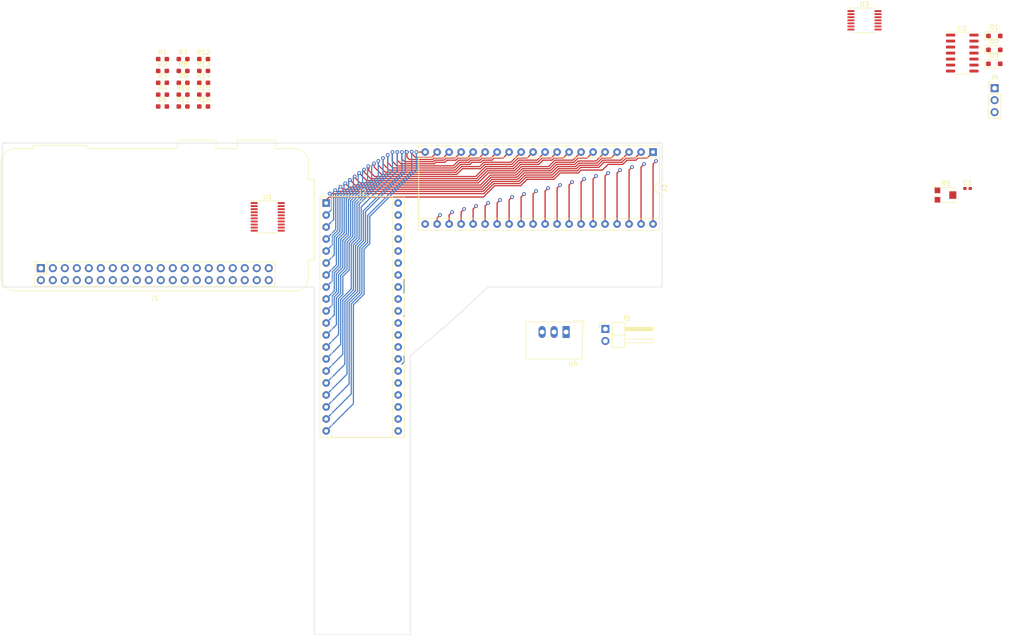
<source format=kicad_pcb>
(kicad_pcb (version 20221018) (generator pcbnew)
  (title_block (title "HD-Speccys") (date "2023-05-15") (rev "1A") (company "RA Sewell"))
  (layers (0 "F.Cu" signal) (31 "B.Cu" signal) (34 "B.Paste" user) (35 "F.Paste" user) (36 "B.SilkS" user "B.Silkscreen") (37 "F.SilkS" user "F.Silkscreen") (38 "B.Mask" user) (39 "F.Mask" user) (44 "Edge.Cuts" user))
  (net 0 "")
  (net 1 "Net-(C1-Pad1)")
  (net 2 "Net-(J2-MIC_TAPE)")
  (net 3 "Net-(D1-K)")
  (net 4 "Net-(D1-A)")
  (net 5 "Net-(D2-A)")
  (net 6 "Net-(D3-A)")
  (net 7 "VDDA")
  (net 8 "VDD")
  (net 11 "GND")
  (net 13 "Net-(J1-SD6_(TXD0))")
  (net 14 "Net-(J1-SD7_(RXD0))")
  (net 15 "Net-(J1-SD9)")
  (net 16 "Net-(J1-SD10)")
  (net 17 "Net-(J1-GPIO27)")
  (net 18 "Net-(J1-SD14)")
  (net 19 "Net-(J1-SD15)")
  (net 20 "Net-(J1-SD16_(DREQ))")
  (net 21 "Net-(J1-SD2)")
  (net 22 "Net-(J1-SD1)")
  (net 25 "Net-(J1-SD0)")
  (net 32 "Net-(J1-SD11)")
  (net 33 "Net-(J1-SD8)")
  (net 34 "Net-(J1-GPIO26)")
  (net 35 "Net-(J1-SD12)")
  (net 36 "Net-(J1-SD13)")
  (net 37 "Net-(J2-{slash}CAS)")
  (net 38 "Net-(J2-{slash}WR)")
  (net 39 "Net-(J2-{slash}RD)")
  (net 40 "Net-(J2-{slash}DRAMWE)")
  (net 41 "Net-(J2-A0)")
  (net 42 "Net-(J2-A1)")
  (net 43 "Net-(J2-A2)")
  (net 44 "Net-(J2-A3)")
  (net 45 "Net-(J2-A4)")
  (net 46 "Net-(J2-A5)")
  (net 47 "Net-(J2-A6)")
  (net 48 "Net-(J2-{slash}INT)")
  (net 49 "Net-(J2-VCC_2)")
  (net 50 "Net-(J2-VCC_1)")
  (net 51 "Net-(J2-U)")
  (net 52 "Net-(J2-V)")
  (net 53 "Net-(J2-Y)")
  (net 54 "Net-(J2-D0)")
  (net 55 "Net-(J2-KB0)")
  (net 56 "Net-(J2-KB1)")
  (net 57 "Net-(J2-D1)")
  (net 58 "Net-(J2-D2)")
  (net 59 "Net-(J2-KB2)")
  (net 60 "Net-(J2-KB3)")
  (net 61 "Net-(J2-D3)")
  (net 62 "Net-(J2-KB4)")
  (net 63 "Net-(J2-D4)")
  (net 64 "Net-(J2-D5)")
  (net 65 "Net-(J2-D6)")
  (net 66 "Net-(J2-D7)")
  (net 67 "Net-(J2-{slash}CPU)")
  (net 68 "Net-(J2-{slash}IOREQ)")
  (net 69 "Net-(J2-{slash}ROMCS)")
  (net 70 "Net-(J2-{slash}RAS)")
  (net 71 "Net-(J2-A14)")
  (net 72 "Net-(J2-A15)")
  (net 73 "Net-(J2-{slash}MREQ)")
  (net 74 "Net-(J2-OSC)")
  (net 75 "Net-(J5-VCC)")
  (net 76 "Net-(R1-Pad2)")
  (net 77 "Net-(R2-Pad2)")
  (net 78 "Net-(R3-Pad2)")
  (net 79 "Net-(U3-Y2)")
  (net 80 "Net-(U3-Y4)")
  (net 81 "Net-(U3-Y6)")
  (net 82 "Net-(U3-Y7)")
  (net 83 "Net-(U1-Y0)")
  (net 84 "Net-(U1-Y1)")
  (net 85 "Net-(U1-Y2)")
  (net 86 "Net-(U1-Y3)")
  (net 87 "Net-(U1-Y4)")
  (net 88 "Net-(U1-Y5)")
  (net 89 "Net-(U1-Y6)")
  (net 90 "Net-(U1-Y7)")
  (net 91 "Net-(U3-Y0)")
  (net 92 "Net-(U3-Y3)")
  (net 93 "Net-(U2-Pad10)")
  (net 94 "Net-(U3-Y1)")
  (net 95 "Net-(U3-Y5)")
  (footprint "Resistor_SMD:R_0603_1608Metric_Pad0.98x0.95mm_HandSolder" (layer "F.Cu") (at 61.1425 40.52)
    (fp_text reference "R11")
    (fp_text value "R")
  )
  (footprint "Connector_PinHeader_2.54mm:PinHeader_1x02_P2.54mm_Horizontal" (layer "F.Cu") (at 150.565 87.625)
    (fp_text reference "J5")
    (fp_text value "POWER 9-20VDC")
  )
  (footprint "Resistor_SMD:R_0603_1608Metric_Pad0.98x0.95mm_HandSolder" (layer "F.Cu") (at 56.7925 38.01)
    (fp_text reference "R4")
    (fp_text value "R")
  )
  (footprint "Module:Raspberry_Pi_Zero_Socketed_THT_FaceDown_MountingHoles" (layer "F.Cu") (at 31.025 74.755 90)
    (fp_text reference "J1")
    (fp_text value "PI_ZERO_2x20")
  )
  (footprint "Resistor_SMD:R_0603_1608Metric_Pad0.98x0.95mm_HandSolder" (layer "F.Cu") (at 65.4925 40.52)
    (fp_text reference "R16")
    (fp_text value "R")
  )
  (footprint "Package_SO:TSSOP-20_4.4x6.5mm_P0.65mm" (layer "F.Cu") (at 79.0625 63.885)
    (fp_text reference "U1")
    (fp_text value "74LS541")
  )
  (footprint "Resistor_SMD:R_0603_1608Metric_Pad0.98x0.95mm_HandSolder" (layer "F.Cu") (at 65.4925 32.99)
    (fp_text reference "R13")
    (fp_text value "R")
  )
  (footprint "Package_SO:TSSOP-14_4.4x5mm_P0.65mm" (layer "F.Cu") (at 205.4175 22.27)
    (fp_text reference "U3")
    (fp_text value "74LS541")
  )
  (footprint "Resistor_SMD:R_0603_1608Metric_Pad0.98x0.95mm_HandSolder" (layer "F.Cu") (at 56.7925 30.48)
    (fp_text reference "R1")
    (fp_text value "R")
  )
  (footprint "Capacitor_SMD:C_0402_1005Metric_Pad0.74x0.62mm_HandSolder" (layer "F.Cu") (at 227.2525 57.885)
    (fp_text reference "C1")
    (fp_text value "100nF")
  )
  (footprint "Resistor_SMD:R_0603_1608Metric_Pad0.98x0.95mm_HandSolder" (layer "F.Cu") (at 56.7925 32.99)
    (fp_text reference "R2")
    (fp_text value "R")
  )
  (footprint "Resistor_SMD:R_0603_1608Metric_Pad0.98x0.95mm_HandSolder" (layer "F.Cu") (at 61.1425 38.01)
    (fp_text reference "R10")
    (fp_text value "R")
  )
  (footprint "Diode_SMD:D_SOD-323_HandSoldering" (layer "F.Cu") (at 232.92 28.53)
    (fp_text reference "D2")
    (fp_text value "1N4148")
  )
  (footprint "Resistor_SMD:R_0603_1608Metric_Pad0.98x0.95mm_HandSolder" (layer "F.Cu") (at 65.4925 30.48)
    (fp_text reference "R12")
    (fp_text value "R")
  )
  (footprint "Resistor_SMD:R_0603_1608Metric_Pad0.98x0.95mm_HandSolder" (layer "F.Cu") (at 61.1425 32.99)
    (fp_text reference "R8")
    (fp_text value "R")
  )
  (footprint "Package_DIP:DIP-40_W15.24mm_Socket" (layer "F.Cu") (at 160.655 50.165 -90)
    (fp_text reference "J3")
    (fp_text value "ULA_SOCKET_02x20")
  )
  (footprint "Converter_DCDC:Converter_DCDC_TRACO_TSR-1_THT" (layer "F.Cu") (at 142.24 88.265 180)
    (fp_text reference "U4")
    (fp_text value "TSR_1-2450")
  )
  (footprint "Resistor_SMD:R_0603_1608Metric_Pad0.98x0.95mm_HandSolder" (layer "F.Cu") (at 56.7925 35.5)
    (fp_text reference "R3")
    (fp_text value "R")
  )
  (footprint "Resistor_SMD:R_0603_1608Metric_Pad0.98x0.95mm_HandSolder" (layer "F.Cu") (at 61.1425 35.5)
    (fp_text reference "R9")
    (fp_text value "R")
  )
  (footprint "Resistor_SMD:R_0603_1608Metric_Pad0.98x0.95mm_HandSolder" (layer "F.Cu") (at 56.7925 40.52)
    (fp_text reference "R6")
    (fp_text value "R")
  )
  (footprint "Diode_SMD:D_SOD-323_HandSoldering" (layer "F.Cu") (at 232.92 31.48)
    (fp_text reference "D3")
    (fp_text value "1N4148")
  )
  (footprint "Package_SO:SOIC-14_3.9x8.7mm_P1.27mm" (layer "F.Cu") (at 226.125 29.21)
    (fp_text reference "U2")
    (fp_text value "74LS132")
  )
  (footprint "Package_DIP:DIP-40_W15.24mm_Socket" (layer "F.Cu") (at 91.44 60.96)
    (fp_text reference "J2")
    (fp_text value "ULA_ZX_02x20")
  )
  (footprint "Potentiometer_SMD:Potentiometer_Bourns_TC33X_Vertical" (layer "F.Cu") (at 222.6725 59.275)
    (fp_text reference "R5")
    (fp_text value "1k")
  )
  (footprint "Resistor_SMD:R_0603_1608Metric_Pad0.98x0.95mm_HandSolder" (layer "F.Cu") (at 65.4925 35.5)
    (fp_text reference "R14")
    (fp_text value "R")
  )
  (footprint "Resistor_SMD:R_0603_1608Metric_Pad0.98x0.95mm_HandSolder" (layer "F.Cu") (at 65.4925 38.01)
    (fp_text reference "R15")
    (fp_text value "R")
  )
  (footprint "Resistor_SMD:R_0603_1608Metric_Pad0.98x0.95mm_HandSolder" (layer "F.Cu") (at 61.1425 30.48)
    (fp_text reference "R7")
    (fp_text value "R")
  )
  (footprint "Diode_SMD:D_SOD-323_HandSoldering" (layer "F.Cu") (at 232.92 25.58)
    (fp_text reference "D1")
    (fp_text value "1N4148")
  )
  (footprint "Connector_PinHeader_2.54mm:PinHeader_1x03_P2.54mm_Vertical" (layer "F.Cu") (at 232.975 36.64)
    (fp_text reference "J4")
    (fp_text value "Conn_01x03_Pin")
  )
  (gr_poly (pts (xy 88.9 78.74) (xy 22.86 78.74) (xy 22.86 48.26) (xy 96.52 48.26) (xy 162.56 48.26) (xy 162.56 78.74) (xy 125.73 78.74) (xy 117.475 86.36) (xy 109.22 93.345) (xy 109.22 152.4) (xy 88.9 152.4)) (stroke (width 0.1)) (fill none) (layer "Edge.Cuts"))
  (segment (start 130.175 65.405) (end 130.175 60.325) (width 0.25) (layer "F.Cu") (net 2))
  (segment (start 130.175 60.325) (end 130.81 59.69) (width 0.25) (layer "F.Cu") (net 2))
  (via (at 130.81 59.69) (size 0.8) (drill 0.4) (layers "F.Cu" "B.Cu") (net 2))
  (segment (start 160.655 65.405) (end 160.655 52.705) (width 0.25) (layer "F.Cu") (net 11))
  (segment (start 160.655 52.705) (end 161.29 52.07) (width 0.25) (layer "F.Cu") (net 11))
  (via (at 161.29 52.07) (size 0.8) (drill 0.4) (layers "F.Cu" "B.Cu") (net 11))
  (segment (start 91.44 60.96) (end 91.44 60.325) (width 0.25) (layer "F.Cu") (net 37))
  (segment (start 139.656168 55.935) (end 141.006168 54.585) (width 0.25) (layer "F.Cu") (net 37))
  (segment (start 92.075 59.69) (end 124.743148 59.69) (width 0.25) (layer "F.Cu") (net 37))
  (segment (start 157.031396 51.885) (end 157.480698 51.435698) (width 0.25) (layer "F.Cu") (net 37))
  (segment (start 155.127792 51.885) (end 157.031396 51.885) (width 0.25) (layer "F.Cu") (net 37))
  (segment (start 124.743148 59.69) (end 127.148148 57.285) (width 0.25) (layer "F.Cu") (net 37))
  (segment (start 157.480698 51.435698) (end 159.384302 51.435698) (width 0.25) (layer "F.Cu") (net 37))
  (segment (start 141.006168 54.585) (end 144.813376 54.585) (width 0.25) (layer "F.Cu") (net 37))
  (segment (start 91.44 60.325) (end 92.075 59.69) (width 0.25) (layer "F.Cu") (net 37))
  (segment (start 151.13 52.785) (end 154.227792 52.785) (width 0.25) (layer "F.Cu") (net 37))
  (segment (start 149.935812 53.979188) (end 151.13 52.785) (width 0.25) (layer "F.Cu") (net 37))
  (segment (start 127.148148 57.285) (end 132.635 57.285) (width 0.25) (layer "F.Cu") (net 37))
  (segment (start 145.419188 53.979188) (end 149.935812 53.979188) (width 0.25) (layer "F.Cu") (net 37))
  (segment (start 154.227792 52.785) (end 155.127792 51.885) (width 0.25) (layer "F.Cu") (net 37))
  (segment (start 144.813376 54.585) (end 145.419188 53.979188) (width 0.25) (layer "F.Cu") (net 37))
  (segment (start 132.635 57.285) (end 133.985 55.935) (width 0.25) (layer "F.Cu") (net 37))
  (segment (start 159.384302 51.435698) (end 160.655 50.165) (width 0.25) (layer "F.Cu") (net 37))
  (segment (start 133.985 55.935) (end 139.656168 55.935) (width 0.25) (layer "F.Cu") (net 37))
  (segment (start 126.961752 56.835) (end 132.40896 56.835) (width 0.25) (layer "F.Cu") (net 38))
  (segment (start 92.176669 58.9655) (end 124.831252 58.9655) (width 0.25) (layer "F.Cu") (net 38))
  (segment (start 144.62698 54.135) (end 145.340584 53.421396) (width 0.25) (layer "F.Cu") (net 38))
  (segment (start 124.831252 58.9655) (end 126.961752 56.835) (width 0.25) (layer "F.Cu") (net 38))
  (segment (start 140.819772 54.135) (end 144.62698 54.135) (width 0.25) (layer "F.Cu") (net 38))
  (segment (start 154.941396 51.435) (end 156.845 51.435) (width 0.25) (layer "F.Cu") (net 38))
  (segment (start 149.147792 53.421396) (end 150.234188 52.335) (width 0.25) (layer "F.Cu") (net 38))
  (segment (start 145.340584 53.421396) (end 149.147792 53.421396) (width 0.25) (layer "F.Cu") (net 38))
  (segment (start 139.469772 55.485) (end 140.819772 54.135) (width 0.25) (layer "F.Cu") (net 38))
  (segment (start 132.40896 56.835) (end 133.75896 55.485) (width 0.25) (layer "F.Cu") (net 38))
  (segment (start 154.041396 52.335) (end 154.941396 51.435) (width 0.25) (layer "F.Cu") (net 38))
  (segment (start 156.845 51.435) (end 158.115 50.165) (width 0.25) (layer "F.Cu") (net 38))
  (segment (start 150.234188 52.335) (end 154.041396 52.335) (width 0.25) (layer "F.Cu") (net 38))
  (segment (start 133.75896 55.485) (end 139.469772 55.485) (width 0.25) (layer "F.Cu") (net 38))
  (via (at 92.176669 58.9655) (size 0.8) (drill 0.4) (layers "F.Cu" "B.Cu") (net 38))
  (segment (start 92.565 59.353831) (end 92.565 62.375) (width 0.25) (layer "B.Cu") (net 38))
  (segment (start 92.176669 58.9655) (end 92.565 59.353831) (width 0.25) (layer "B.Cu") (net 38))
  (segment (start 92.565 62.375) (end 91.44 63.5) (width 0.25) (layer "B.Cu") (net 38))
  (segment (start 139.283376 55.035) (end 140.633376 53.685) (width 0.25) (layer "F.Cu") (net 39))
  (segment (start 148.961396 52.971396) (end 150.047792 51.885) (width 0.25) (layer "F.Cu") (net 39))
  (segment (start 132.222564 56.385) (end 133.572564 55.035) (width 0.25) (layer "F.Cu") (net 39))
  (segment (start 93.345 58.241) (end 93.604 58.5) (width 0.25) (layer "F.Cu") (net 39))
  (segment (start 140.633376 53.685) (end 144.440584 53.685) (width 0.25) (layer "F.Cu") (net 39))
  (segment (start 150.047792 51.885) (end 153.855 51.885) (width 0.25) (layer "F.Cu") (net 39))
  (segment (start 124.660356 58.5) (end 126.775356 56.385) (width 0.25) (layer "F.Cu") (net 39))
  (segment (start 145.154188 52.971396) (end 148.961396 52.971396) (width 0.25) (layer "F.Cu") (net 39))
  (segment (start 126.775356 56.385) (end 132.222564 56.385) (width 0.25) (layer "F.Cu") (net 39))
  (segment (start 93.604 58.5) (end 124.660356 58.5) (width 0.25) (layer "F.Cu") (net 39))
  (segment (start 144.440584 53.685) (end 145.154188 52.971396) (width 0.25) (layer "F.Cu") (net 39))
  (segment (start 133.572564 55.035) (end 139.283376 55.035) (width 0.25) (layer "F.Cu") (net 39))
  (segment (start 153.855 51.885) (end 155.575 50.165) (width 0.25) (layer "F.Cu") (net 39))
  (via (at 93.345 58.241) (size 0.8) (drill 0.4) (layers "F.Cu" "B.Cu") (net 39))
  (segment (start 93.015 64.465) (end 91.44 66.04) (width 0.25) (layer "B.Cu") (net 39))
  (segment (start 93.345 58.241) (end 92.901669 58.684331) (width 0.25) (layer "B.Cu") (net 39))
  (segment (start 92.901669 58.684331) (end 92.901669 59.054104) (width 0.25) (layer "B.Cu") (net 39))
  (segment (start 93.015 59.167435) (end 93.015 64.465) (width 0.25) (layer "B.Cu") (net 39))
  (segment (start 92.901669 59.054104) (end 93.015 59.167435) (width 0.25) (layer "B.Cu") (net 39))
  (segment (start 144.967792 52.521396) (end 148.775 52.521396) (width 0.25) (layer "F.Cu") (net 40))
  (segment (start 95.019015 58.05) (end 124.47396 58.05) (width 0.25) (layer "F.Cu") (net 40))
  (segment (start 132.036168 55.935) (end 133.386168 54.585) (width 0.25) (layer "F.Cu") (net 40))
  (segment (start 126.58896 55.935) (end 132.036168 55.935) (width 0.25) (layer "F.Cu") (net 40))
  (segment (start 149.861396 51.435) (end 151.765 51.435) (width 0.25) (layer "F.Cu") (net 40))
  (segment (start 144.254188 53.235) (end 144.967792 52.521396) (width 0.25) (layer "F.Cu") (net 40))
  (segment (start 148.775 52.521396) (end 149.861396 51.435) (width 0.25) (layer "F.Cu") (net 40))
  (segment (start 139.09698 54.585) (end 140.44698 53.235) (width 0.25) (layer "F.Cu") (net 40))
  (segment (start 151.765 51.435) (end 153.035 50.165) (width 0.25) (layer "F.Cu") (net 40))
  (segment (start 94.485515 57.5165) (end 95.019015 58.05) (width 0.25) (layer "F.Cu") (net 40))
  (segment (start 140.44698 53.235) (end 144.254188 53.235) (width 0.25) (layer "F.Cu") (net 40))
  (segment (start 133.386168 54.585) (end 139.09698 54.585) (width 0.25) (layer "F.Cu") (net 40))
  (segment (start 124.47396 58.05) (end 126.58896 55.935) (width 0.25) (layer "F.Cu") (net 40))
  (via (at 94.485515 57.5165) (size 0.8) (drill 0.4) (layers "F.Cu" "B.Cu") (net 40))
  (segment (start 94.06566 57.936355) (end 94.07 57.940695) (width 0.25) (layer "B.Cu") (net 40))
  (segment (start 93.465 59.146305) (end 93.465 66.555) (width 0.25) (layer "B.Cu") (net 40))
  (segment (start 94.07 57.940695) (end 94.07 58.541305) (width 0.25) (layer "B.Cu") (net 40))
  (segment (start 93.465 66.555) (end 91.44 68.58) (width 0.25) (layer "B.Cu") (net 40))
  (segment (start 94.07 58.541305) (end 93.465 59.146305) (width 0.25) (layer "B.Cu") (net 40))
  (segment (start 94.485515 57.5165) (end 94.06566 57.936355) (width 0.25) (layer "B.Cu") (net 40))
  (segment (start 138.910584 54.135) (end 140.260584 52.785) (width 0.25) (layer "F.Cu") (net 41))
  (segment (start 131.849772 55.485) (end 133.199772 54.135) (width 0.25) (layer "F.Cu") (net 41))
  (segment (start 95.485018 56.792) (end 96.293018 57.6) (width 0.25) (layer "F.Cu") (net 41))
  (segment (start 124.287564 57.6) (end 126.402564 55.485) (width 0.25) (layer "F.Cu") (net 41))
  (segment (start 140.260584 52.785) (end 144.067792 52.785) (width 0.25) (layer "F.Cu") (net 41))
  (segment (start 144.781396 52.071396) (end 148.588604 52.071396) (width 0.25) (layer "F.Cu") (net 41))
  (segment (start 126.402564 55.485) (end 131.849772 55.485) (width 0.25) (layer "F.Cu") (net 41))
  (segment (start 133.199772 54.135) (end 138.910584 54.135) (width 0.25) (layer "F.Cu") (net 41))
  (segment (start 144.067792 52.785) (end 144.781396 52.071396) (width 0.25) (layer "F.Cu") (net 41))
  (segment (start 96.293018 57.6) (end 124.287564 57.6) (width 0.25) (layer "F.Cu") (net 41))
  (segment (start 148.588604 52.071396) (end 150.495 50.165) (width 0.25) (layer "F.Cu") (net 41))
  (via (at 95.485018 56.792) (size 0.8) (drill 0.4) (layers "F.Cu" "B.Cu") (net 41))
  (segment (start 92.71 67.946396) (end 92.71 69.85) (width 0.25) (layer "B.Cu") (net 41))
  (segment (start 95.485018 56.792) (end 95.135669 57.141349) (width 0.25) (layer "B.Cu") (net 41))
  (segment (start 95.210515 58.037186) (end 93.915 59.332701) (width 0.25) (layer "B.Cu") (net 41))
  (segment (start 95.210515 57.216195) (end 95.210515 58.037186) (width 0.25) (layer "B.Cu") (net 41))
  (segment (start 93.915 59.332701) (end 93.915 66.741396) (width 0.25) (layer "B.Cu") (net 41))
  (segment (start 95.135669 57.141349) (end 95.210515 57.216195) (width 0.25) (layer "B.Cu") (net 41))
  (segment (start 93.915 66.741396) (end 92.71 67.946396) (width 0.25) (layer "B.Cu") (net 41))
  (segment (start 92.71 69.85) (end 91.44 71.12) (width 0.25) (layer "B.Cu") (net 41))
  (segment (start 143.881396 52.335) (end 144.781396 51.435) (width 0.25) (layer "F.Cu") (net 42))
  (segment (start 146.685 51.435) (end 147.955 50.165) (width 0.25) (layer "F.Cu") (net 42))
  (segment (start 140.074188 52.335) (end 143.881396 52.335) (width 0.25) (layer "F.Cu") (net 42))
  (segment (start 131.663376 55.035) (end 133.013376 53.685) (width 0.25) (layer "F.Cu") (net 42))
  (segment (start 133.013376 53.685) (end 138.724188 53.685) (width 0.25) (layer "F.Cu") (net 42))
  (segment (start 138.724188 53.685) (end 140.074188 52.335) (width 0.25) (layer "F.Cu") (net 42))
  (segment (start 124.101168 57.15) (end 126.216168 55.035) (width 0.25) (layer "F.Cu") (net 42))
  (segment (start 144.781396 51.435) (end 146.685 51.435) (width 0.25) (layer "F.Cu") (net 42))
  (segment (start 96.484521 56.0675) (end 97.567021 57.15) (width 0.25) (layer "F.Cu") (net 42))
  (segment (start 126.216168 55.035) (end 131.663376 55.035) (width 0.25) (layer "F.Cu") (net 42))
  (segment (start 97.567021 57.15) (end 124.101168 57.15) (width 0.25) (layer "F.Cu") (net 42))
  (via (at 96.484521 56.0675) (size 0.8) (drill 0.4) (layers "F.Cu" "B.Cu") (net 42))
  (segment (start 94.365 66.927792) (end 93.16 68.132792) (width 0.25) (layer "B.Cu") (net 42))
  (segment (start 94.365 59.519097) (end 94.365 66.927792) (width 0.25) (layer "B.Cu") (net 42))
  (segment (start 96.210018 56.491695) (end 96.210018 57.674079) (width 0.25) (layer "B.Cu") (net 42))
  (segment (start 96.210018 57.674079) (end 94.365 59.519097) (width 0.25) (layer "B.Cu") (net 42))
  (segment (start 96.135172 56.416849) (end 96.210018 56.491695) (width 0.25) (layer "B.Cu") (net 42))
  (segment (start 93.16 71.94) (end 91.44 73.66) (width 0.25) (layer "B.Cu") (net 42))
  (segment (start 93.16 68.132792) (end 93.16 71.94) (width 0.25) (layer "B.Cu") (net 42))
  (segment (start 96.484521 56.0675) (end 96.135172 56.416849) (width 0.25) (layer "B.Cu") (net 42))
  (segment (start 138.537792 53.235) (end 139.887792 51.885) (width 0.25) (layer "F.Cu") (net 43))
  (segment (start 143.695 51.885) (end 145.415 50.165) (width 0.25) (layer "F.Cu") (net 43))
  (segment (start 139.887792 51.885) (end 143.695 51.885) (width 0.25) (layer "F.Cu") (net 43))
  (segment (start 125.766168 54.585) (end 131.47698 54.585) (width 0.25) (layer "F.Cu") (net 43))
  (segment (start 132.82698 53.235) (end 138.537792 53.235) (width 0.25) (layer "F.Cu") (net 43))
  (segment (start 97.484024 55.343) (end 97.484024 55.574024) (width 0.25) (layer "F.Cu") (net 43))
  (segment (start 131.47698 54.585) (end 132.82698 53.235) (width 0.25) (layer "F.Cu") (net 43))
  (segment (start 98.6 56.69) (end 123.661168 56.69) (width 0.25) (layer "F.Cu") (net 43))
  (segment (start 123.661168 56.69) (end 125.766168 54.585) (width 0.25) (layer "F.Cu") (net 43))
  (segment (start 97.484024 55.574024) (end 98.6 56.69) (width 0.25) (layer "F.Cu") (net 43))
  (via (at 97.484024 55.343) (size 0.8) (drill 0.4) (layers "F.Cu" "B.Cu") (net 43))
  (segment (start 93.61 74.03) (end 91.44 76.2) (width 0.25) (layer "B.Cu") (net 43))
  (segment (start 97.484024 55.343) (end 97.134675 55.692349) (width 0.25) (layer "B.Cu") (net 43))
  (segment (start 97.209521 57.310972) (end 94.815 59.705493) (width 0.25) (layer "B.Cu") (net 43))
  (segment (start 94.815 67.114188) (end 93.61 68.319188) (width 0.25) (layer "B.Cu") (net 43))
  (segment (start 97.209521 55.767195) (end 97.209521 57.310972) (width 0.25) (layer "B.Cu") (net 43))
  (segment (start 94.815 59.705493) (end 94.815 67.114188) (width 0.25) (layer "B.Cu") (net 43))
  (segment (start 97.134675 55.692349) (end 97.209521 55.767195) (width 0.25) (layer "B.Cu") (net 43))
  (segment (start 93.61 68.319188) (end 93.61 74.03) (width 0.25) (layer "B.Cu") (net 43))
  (segment (start 137.347792 51.885) (end 139.251396 51.885) (width 0.25) (layer "F.Cu") (net 44))
  (segment (start 125.579772 54.135) (end 131.290584 54.135) (width 0.25) (layer "F.Cu") (net 44))
  (segment (start 98.425 54.6185) (end 98.431406 54.6185) (width 0.25) (layer "F.Cu") (net 44))
  (segment (start 136.447792 52.785) (end 137.347792 51.885) (width 0.25) (layer "F.Cu") (net 44))
  (segment (start 141.605 51.435) (end 142.875 50.165) (width 0.25) (layer "F.Cu") (net 44))
  (segment (start 123.474772 56.24) (end 125.579772 54.135) (width 0.25) (layer "F.Cu") (net 44))
  (segment (start 98.431406 54.6185) (end 100.052906 56.24) (width 0.25) (layer "F.Cu") (net 44))
  (segment (start 139.251396 51.885) (end 139.701396 51.435) (width 0.25) (layer "F.Cu") (net 44))
  (segment (start 100.052906 56.24) (end 123.474772 56.24) (width 0.25) (layer "F.Cu") (net 44))
  (segment (start 131.290584 54.135) (end 132.640584 52.785) (width 0.25) (layer "F.Cu") (net 44))
  (segment (start 132.640584 52.785) (end 136.447792 52.785) (width 0.25) (layer "F.Cu") (net 44))
  (segment (start 139.701396 51.435) (end 141.605 51.435) (width 0.25) (layer "F.Cu") (net 44))
  (via (at 98.425 54.6185) (size 0.8) (drill 0.4) (layers "F.Cu" "B.Cu") (net 44))
  (segment (start 95.265 67.300584) (end 94.06 68.505584) (width 0.25) (layer "B.Cu") (net 44))
  (segment (start 98.209024 56.947865) (end 95.265 59.891889) (width 0.25) (layer "B.Cu") (net 44))
  (segment (start 98.104914 54.938586) (end 98.209024 55.042695) (width 0.25) (layer "B.Cu") (net 44))
  (segment (start 94.06 74.216396) (end 92.71 75.566396) (width 0.25) (layer "B.Cu") (net 44))
  (segment (start 94.06 68.505584) (end 94.06 74.216396) (width 0.25) (layer "B.Cu") (net 44))
  (segment (start 92.71 75.566396) (end 92.71 77.47) (width 0.25) (layer "B.Cu") (net 44))
  (segment (start 95.265 59.891889) (end 95.265 67.300584) (width 0.25) (layer "B.Cu") (net 44))
  (segment (start 92.71 77.47) (end 91.44 78.74) (width 0.25) (layer "B.Cu") (net 44))
  (segment (start 98.425 54.6185) (end 98.104914 54.938586) (width 0.25) (layer "B.Cu") (net 44))
  (segment (start 98.209024 55.042695) (end 98.209024 56.947865) (width 0.25) (layer "B.Cu") (net 44))
  (segment (start 99.48303 54.398728) (end 100.874302 55.79) (width 0.25) (layer "F.Cu") (net 45))
  (segment (start 139.065 51.435) (end 140.335 50.165) (width 0.25) (layer "F.Cu") (net 45))
  (segment (start 123.288376 55.79) (end 125.393376 53.685) (width 0.25) (layer "F.Cu") (net 45))
  (segment (start 131.104188 53.685) (end 132.454188 52.335) (width 0.25) (layer "F.Cu") (net 45))
  (segment (start 100.874302 55.79) (end 123.288376 55.79) (width 0.25) (layer "F.Cu") (net 45))
  (segment (start 99.48303 53.894) (end 99.48303 54.398728) (width 0.25) (layer "F.Cu") (net 45))
  (segment (start 125.393376 53.685) (end 131.104188 53.685) (width 0.25) (layer "F.Cu") (net 45))
  (segment (start 132.454188 52.335) (end 136.261396 52.335) (width 0.25) (layer "F.Cu") (net 45))
  (segment (start 136.261396 52.335) (end 137.161396 51.435) (width 0.25) (layer "F.Cu") (net 45))
  (segment (start 137.161396 51.435) (end 139.065 51.435) (width 0.25) (layer "F.Cu") (net 45))
  (via (at 99.48303 53.894) (size 0.8) (drill 0.4) (layers "F.Cu" "B.Cu") (net 45))
  (segment (start 95.715 60.078285) (end 95.715 67.48698) (width 0.25) (layer "B.Cu") (net 45))
  (segment (start 99.48303 53.894) (end 99.104417 54.272613) (width 0.25) (layer "B.Cu") (net 45))
  (segment (start 95.715 67.48698) (end 94.51 68.69198) (width 0.25) (layer "B.Cu") (net 45))
  (segment (start 94.51 68.69198) (end 94.51 74.402792) (width 0.25) (layer "B.Cu") (net 45))
  (segment (start 93.16 75.752792) (end 93.16 79.56) (width 0.25) (layer "B.Cu") (net 45))
  (segment (start 94.51 74.402792) (end 93.16 75.752792) (width 0.25) (layer "B.Cu") (net 45))
  (segment (start 99.104417 54.272613) (end 99.15 54.318195) (width 0.25) (layer "B.Cu") (net 45))
  (segment (start 107.95 80.01) (end 107.95 77.157387) (width 0.25) (layer "B.Cu") (net 45))
  (segment (start 93.16 79.56) (end 91.44 81.28) (width 0.25) (layer "B.Cu") (net 45))
  (segment (start 99.15 56.643285) (end 95.715 60.078285) (width 0.25) (layer "B.Cu") (net 45))
  (segment (start 99.15 54.318195) (end 99.15 56.643285) (width 0.25) (layer "B.Cu") (net 45))
  (segment (start 136.075 51.885) (end 137.795 50.165) (width 0.25) (layer "F.Cu") (net 46))
  (segment (start 101.695 55.34) (end 123.10198 55.34) (width 0.25) (layer "F.Cu") (net 46))
  (segment (start 125.20698 53.235) (end 130.917792 53.235) (width 0.25) (layer "F.Cu") (net 46))
  (segment (start 132.267792 51.885) (end 136.075 51.885) (width 0.25) (layer "F.Cu") (net 46))
  (segment (start 100.482533 53.305624) (end 100.482533 54.127533) (width 0.25) (layer "F.Cu") (net 46))
  (segment (start 100.354556 53.177647) (end 100.482533 53.305624) (width 0.25) (layer "F.Cu") (net 46))
  (segment (start 130.917792 53.235) (end 132.267792 51.885) (width 0.25) (layer "F.Cu") (net 46))
  (segment (start 123.10198 55.34) (end 125.20698 53.235) (width 0.25) (layer "F.Cu") (net 46))
  (segment (start 100.482533 54.127533) (end 101.695 55.34) (width 0.25) (layer "F.Cu") (net 46))
  (via (at 100.354556 53.177647) (size 0.8) (drill 0.4) (layers "F.Cu" "B.Cu") (net 46))
  (segment (start 92.71 82.55) (end 91.44 83.82) (width 0.25) (layer "B.Cu") (net 46))
  (segment (start 94.96 68.878376) (end 94.96 74.589188) (width 0.25) (layer "B.Cu") (net 46))
  (segment (start 100.354556 53.177647) (end 100.073269 53.458934) (width 0.25) (layer "B.Cu") (net 46))
  (segment (start 96.165 60.264681) (end 96.165 67.673376) (width 0.25) (layer "B.Cu") (net 46))
  (segment (start 100.073269 53.458934) (end 100.20803 53.593695) (width 0.25) (layer "B.Cu") (net 46))
  (segment (start 100.20803 53.593695) (end 100.20803 56.221651) (width 0.25) (layer "B.Cu") (net 46))
  (segment (start 93.61 75.939188) (end 93.61 79.746396) (width 0.25) (layer "B.Cu") (net 46))
  (segment (start 100.20803 56.221651) (end 96.165 60.264681) (width 0.25) (layer "B.Cu") (net 46))
  (segment (start 94.96 74.589188) (end 93.61 75.939188) (width 0.25) (layer "B.Cu") (net 46))
  (segment (start 96.165 67.673376) (end 94.96 68.878376) (width 0.25) (layer "B.Cu") (net 46))
  (segment (start 93.61 79.746396) (end 92.71 80.646396) (width 0.25) (layer "B.Cu") (net 46))
  (segment (start 92.71 80.646396) (end 92.71 82.55) (width 0.25) (layer "B.Cu") (net 46))
  (segment (start 120.313376 53.685) (end 124.120584 53.685) (width 0.25) (layer "F.Cu") (net 47))
  (segment (start 101.6 52.565742) (end 101.6 53.341396) (width 0.25) (layer "F.Cu") (net 47))
  (segment (start 132.081396 51.435) (end 133.985 51.435) (width 0.25) (layer "F.Cu") (net 47))
  (segment (start 101.6 53.341396) (end 103.148604 54.89) (width 0.25) (layer "F.Cu") (net 47))
  (segment (start 133.985 51.435) (end 135.255 50.165) (width 0.25) (layer "F.Cu") (net 47))
  (segment (start 125.020584 52.785) (end 130.731396 52.785) (width 0.25) (layer "F.Cu") (net 47))
  (segment (start 119.108376 54.89) (end 120.313376 53.685) (width 0.25) (layer "F.Cu") (net 47))
  (segment (start 124.120584 53.685) (end 125.020584 52.785) (width 0.25) (layer "F.Cu") (net 47))
  (segment (start 130.731396 52.785) (end 132.081396 51.435) (width 0.25) (layer "F.Cu") (net 47))
  (segment (start 103.148604 54.89) (end 119.108376 54.89) (width 0.25) (layer "F.Cu") (net 47))
  (via (at 101.6 52.565742) (size 0.8) (drill 0.4) (layers "F.Cu" "B.Cu") (net 47))
  (segment (start 94.06 76.125584) (end 94.06 79.932792) (width 0.25) (layer "B.Cu") (net 47))
  (segment (start 101.079556 55.986521) (end 96.615 60.451077) (width 0.25) (layer "B.Cu") (net 47))
  (segment (start 101.6 52.565742) (end 101.079556 53.086186) (width 0.25) (layer "B.Cu") (net 47))
  (segment (start 94.06 79.932792) (end 93.16 80.832792) (width 0.25) (layer "B.Cu") (net 47))
  (segment (start 96.615 67.859772) (end 95.41 69.064772) (width 0.25) (layer "B.Cu") (net 47))
  (segment (start 95.41 69.064772) (end 95.41 74.775584) (width 0.25) (layer "B.Cu") (net 47))
  (segment (start 93.16 80.832792) (end 93.16 84.64) (width 0.25) (layer "B.Cu") (net 47))
  (segment (start 93.16 84.64) (end 91.44 86.36) (width 0.25) (layer "B.Cu") (net 47))
  (segment (start 107.95 84.945) (end 107.95 84.8) (width 0.25) (layer "B.Cu") (net 47))
  (segment (start 101.079556 53.086186) (end 101.079556 55.986521) (width 0.25) (layer "B.Cu") (net 47))
  (segment (start 96.615 60.451077) (end 96.615 67.859772) (width 0.25) (layer "B.Cu") (net 47))
  (segment (start 95.41 74.775584) (end 94.06 76.125584) (width 0.25) (layer "B.Cu") (net 47))
  (segment (start 123.934188 53.235) (end 124.834188 52.335) (width 0.25) (layer "F.Cu") (net 48))
  (segment (start 102.481538 52.07) (end 102.481538 52.951538) (width 0.25) (layer "F.Cu") (net 48))
  (segment (start 118.92198 54.44) (end 120.12698 53.235) (width 0.25) (layer "F.Cu") (net 48))
  (segment (start 130.545 52.335) (end 132.715 50.165) (width 0.25) (layer "F.Cu") (net 48))
  (segment (start 124.834188 52.335) (end 130.545 52.335) (width 0.25) (layer "F.Cu") (net 48))
  (segment (start 103.97 54.44) (end 118.92198 54.44) (width 0.25) (layer "F.Cu") (net 48))
  (segment (start 102.481538 52.951538) (end 103.97 54.44) (width 0.25) (layer "F.Cu") (net 48))
  (segment (start 120.12698 53.235) (end 123.934188 53.235) (width 0.25) (layer "F.Cu") (net 48))
  (via (at 102.481538 52.07) (size 0.8) (drill 0.4) (layers "F.Cu" "B.Cu") (net 48))
  (segment (start 94.51 80.119188) (end 93.61 81.019188) (width 0.25) (layer "B.Cu") (net 48))
  (segment (start 102.481538 55.220935) (end 97.065 60.637473) (width 0.25) (layer "B.Cu") (net 48))
  (segment (start 95.86 74.96198) (end 94.51 76.31198) (width 0.25) (layer "B.Cu") (net 48))
  (segment (start 93.61 81.019188) (end 93.61 86.73) (width 0.25) (layer "B.Cu") (net 48))
  (segment (start 97.065 68.046168) (end 95.86 69.251168) (width 0.25) (layer "B.Cu") (net 48))
  (segment (start 94.51 76.31198) (end 94.51 80.119188) (width 0.25) (layer "B.Cu") (net 48))
  (segment (start 102.481538 52.07) (end 102.481538 55.220935) (width 0.25) (layer "B.Cu") (net 48))
  (segment (start 95.86 69.251168) (end 95.86 74.96198) (width 0.25) (layer "B.Cu") (net 48))
  (segment (start 93.61 86.73) (end 91.44 88.9) (width 0.25) (layer "B.Cu") (net 48))
  (segment (start 97.065 60.637473) (end 97.065 68.046168) (width 0.25) (layer "B.Cu") (net 48))
  (segment (start 103.48104 51.435) (end 103.48104 52.68104) (width 0.25) (layer "F.Cu") (net 49))
  (segment (start 119.940584 52.785) (end 121.844188 52.785) (width 0.25) (layer "F.Cu") (net 49))
  (segment (start 127.001396 51.435) (end 128.905 51.435) (width 0.25) (layer "F.Cu") (net 49))
  (segment (start 104.79 53.99) (end 118.735584 53.99) (width 0.25) (layer "F.Cu") (net 49))
  (segment (start 103.48104 52.68104) (end 104.79 53.99) (width 0.25) (layer "F.Cu") (net 49))
  (segment (start 124.197792 52.335) (end 124.647792 51.885) (width 0.25) (layer "F.Cu") (net 49))
  (segment (start 122.294188 52.335) (end 124.197792 52.335) (width 0.25) (layer "F.Cu") (net 49))
  (segment (start 128.905 51.435) (end 130.175 50.165) (width 0.25) (layer "F.Cu") (net 49))
  (segment (start 124.647792 51.885) (end 126.551396 51.885) (width 0.25) (layer "F.Cu") (net 49))
  (segment (start 118.735584 53.99) (end 119.940584 52.785) (width 0.25) (layer "F.Cu") (net 49))
  (segment (start 126.551396 51.885) (end 127.001396 51.435) (width 0.25) (layer "F.Cu") (net 49))
  (segment (start 121.844188 52.785) (end 122.294188 52.335) (width 0.25) (layer "F.Cu") (net 49))
  (via (at 103.48104 51.435) (size 0.8) (drill 0.4) (layers "F.Cu" "B.Cu") (net 49))
  (segment (start 94.06 81.205584) (end 94.06 88.82) (width 0.25) (layer "B.Cu") (net 49))
  (segment (start 94.06 88.82) (end 91.44 91.44) (width 0.25) (layer "B.Cu") (net 49))
  (segment (start 97.515 60.823869) (end 97.515 68.232564) (width 0.25) (layer "B.Cu") (net 49))
  (segment (start 97.515 68.232564) (end 96.31 69.437564) (width 0.25) (layer "B.Cu") (net 49))
  (segment (start 94.96 76.498376) (end 94.96 80.305584) (width 0.25) (layer "B.Cu") (net 49))
  (segment (start 96.31 75.148376) (end 94.96 76.498376) (width 0.25) (layer "B.Cu") (net 49))
  (segment (start 103.48104 54.857829) (end 97.515 60.823869) (width 0.25) (layer "B.Cu") (net 49))
  (segment (start 103.48104 51.435) (end 103.48104 54.857829) (width 0.25) (layer "B.Cu") (net 49))
  (segment (start 94.96 80.305584) (end 94.06 81.205584) (width 0.25) (layer "B.Cu") (net 49))
  (segment (start 96.31 69.437564) (end 96.31 75.148376) (width 0.25) (layer "B.Cu") (net 49))
  (segment (start 118.549188 53.54) (end 119.754188 52.335) (width 0.25) (layer "F.Cu") (net 50))
  (segment (start 121.657792 52.335) (end 122.107792 51.885) (width 0.25) (layer "F.Cu") (net 50))
  (segment (start 104.480542 52.411938) (end 105.608604 53.54) (width 0.25) (layer "F.Cu") (net 50))
  (segment (start 124.461396 51.435) (end 126.365 51.435) (width 0.25) (layer "F.Cu") (net 50))
  (segment (start 126.365 51.435) (end 127.635 50.165) (width 0.25) (layer "F.Cu") (net 50))
  (segment (start 105.608604 53.54) (end 118.549188 53.54) (width 0.25) (layer "F.Cu") (net 50))
  (segment (start 124.011396 51.885) (end 124.461396 51.435) (width 0.25) (layer "F.Cu") (net 50))
  (segment (start 104.480542 50.8) (end 104.480542 52.411938) (width 0.25) (layer "F.Cu") (net 50))
  (segment (start 119.754188 52.335) (end 121.657792 52.335) (width 0.25) (layer "F.Cu") (net 50))
  (segment (start 122.107792 51.885) (end 124.011396 51.885) (width 0.25) (layer "F.Cu") (net 50))
  (via (at 104.480542 50.8) (size 0.8) (drill 0.4) (layers "F.Cu" "B.Cu") (net 50))
  (segment (start 97.965 68.41896) (end 96.76 69.62396) (width 0.25) (layer "B.Cu") (net 50))
  (segment (start 96.76 79.14198) (end 94.51 81.39198) (width 0.25) (layer "B.Cu") (net 50))
  (segment (start 94.51 81.39198) (end 94.51 90.91) (width 0.25) (layer "B.Cu") (net 50))
  (segment (start 94.51 90.91) (end 91.44 93.98) (width 0.25) (layer "B.Cu") (net 50))
  (segment (start 96.76 69.62396) (end 96.76 79.14198) (width 0.25) (layer "B.Cu") (net 50))
  (segment (start 104.480542 54.494723) (end 97.965 61.010265) (width 0.25) (layer "B.Cu") (net 50))
  (segment (start 97.965 61.010265) (end 97.965 68.41896) (width 0.25) (layer "B.Cu") (net 50))
  (segment (start 104.480542 50.8) (end 104.480542 54.494723) (width 0.25) (layer "B.Cu") (net 50))
  (segment (start 105.41 50.235044) (end 105.41 52.071396) (width 0.25) (layer "F.Cu") (net 51))
  (segment (start 119.567792 51.885) (end 121.471396 51.885) (width 0.25) (layer "F.Cu") (net 51))
  (segment (start 118.362792 53.09) (end 119.567792 51.885) (width 0.25) (layer "F.Cu") (net 51))
  (segment (start 123.825 51.435) (end 125.095 50.165) (width 0.25) (layer "F.Cu") (net 51))
  (segment (start 121.921396 51.435) (end 123.825 51.435) (width 0.25) (layer "F.Cu") (net 51))
  (segment (start 105.41 52.071396) (end 106.428604 53.09) (width 0.25) (layer "F.Cu") (net 51))
  (segment (start 106.428604 53.09) (end 118.362792 53.09) (width 0.25) (layer "F.Cu") (net 51))
  (segment (start 105.480044 50.165) (end 105.41 50.235044) (width 0.25) (layer "F.Cu") (net 51))
  (segment (start 121.471396 51.885) (end 121.921396 51.435) (width 0.25) (layer "F.Cu") (net 51))
  (via (at 105.480044 50.165) (size 0.8) (drill 0.4) (layers "F.Cu" "B.Cu") (net 51))
  (segment (start 94.96 81.578376) (end 94.96 93) (width 0.25) (layer "B.Cu") (net 51))
  (segment (start 98.415 61.196661) (end 98.415 68.605356) (width 0.25) (layer "B.Cu") (net 51))
  (segment (start 107.95 94.615) (end 107.95 93.346396) (width 0.25) (layer "B.Cu") (net 51))
  (segment (start 97.21 69.810356) (end 97.21 79.328376) (width 0.25) (layer "B.Cu") (net 51))
  (segment (start 107.46 95.105) (end 107.95 94.615) (width 0.25) (layer "B.Cu") (net 51))
  (segment (start 105.480044 50.165) (end 105.480044 54.131617) (width 0.25) (layer "B.Cu") (net 51))
  (segment (start 97.21 79.328376) (end 94.96 81.578376) (width 0.25) (layer "B.Cu") (net 51))
  (segment (start 98.415 68.605356) (end 97.21 69.810356) (width 0.25) (layer "B.Cu") (net 51))
  (segment (start 94.96 93) (end 91.44 96.52) (width 0.25) (layer "B.Cu") (net 51))
  (segment (start 105.480044 54.131617) (end 98.415 61.196661) (width 0.25) (layer "B.Cu") (net 51))
  (segment (start 114.369188 52.64) (end 114.674188 52.335) (width 0.25) (layer "F.Cu") (net 52))
  (segment (start 119.381396 51.435) (end 121.285 51.435) (width 0.25) (layer "F.Cu") (net 52))
  (segment (start 106.479546 50.165) (end 106.479546 51.869546) (width 0.25) (layer "F.Cu") (net 52))
  (segment (start 116.577792 52.335) (end 117.027792 51.885) (width 0.25) (layer "F.Cu") (net 52))
  (segment (start 114.674188 52.335) (end 116.577792 52.335) (width 0.25) (layer "F.Cu") (net 52))
  (segment (start 106.479546 51.869546) (end 107.25 52.64) (width 0.25) (layer "F.Cu") (net 52))
  (segment (start 107.25 52.64) (end 114.369188 52.64) (width 0.25) (layer "F.Cu") (net 52))
  (segment (start 121.285 51.435) (end 122.555 50.165) (width 0.25) (layer "F.Cu") (net 52))
  (segment (start 117.027792 51.885) (end 118.931396 51.885) (width 0.25) (layer "F.Cu") (net 52))
  (segment (start 118.931396 51.885) (end 119.381396 51.435) (width 0.25) (layer "F.Cu") (net 52))
  (via (at 106.479546 50.165) (size 0.8) (drill 0.4) (layers "F.Cu" "B.Cu") (net 52))
  (segment (start 97.66 79.514772) (end 95.41 81.764772) (width 0.25) (layer "B.Cu") (net 52))
  (segment (start 98.865 61.79) (end 98.865 68.791752) (width 0.25) (layer "B.Cu") (net 52))
  (segment (start 97.66 69.996752) (end 97.66 79.514772) (width 0.25) (layer "B.Cu") (net 52))
  (segment (start 98.865 68.791752) (end 97.66 69.996752) (width 0.25) (layer "B.Cu") (net 52))
  (segment (start 106.479546 54.175454) (end 98.865 61.79) (width 0.25) (layer "B.Cu") (net 52))
  (segment (start 106.479546 50.165) (end 106.479546 54.175454) (width 0.25) (layer "B.Cu") (net 52))
  (segment (start 95.41 81.764772) (end 95.41 95.09) (width 0.25) (layer "B.Cu") (net 52))
  (segment (start 95.41 95.09) (end 91.44 99.06) (width 0.25) (layer "B.Cu") (net 52))
  (segment (start 114.487792 51.885) (end 116.391396 51.885) (width 0.25) (layer "F.Cu") (net 53))
  (segment (start 116.841396 51.435) (end 118.745 51.435) (width 0.25) (layer "F.Cu") (net 53))
  (segment (start 118.745 51.435) (end 120.015 50.165) (width 0.25) (layer "F.Cu") (net 53))
  (segment (start 107.479047 51.599047) (end 108.07 52.19) (width 0.25) (layer "F.Cu") (net 53))
  (segment (start 116.391396 51.885) (end 116.841396 51.435) (width 0.25) (layer "F.Cu") (net 53))
  (segment (start 114.182792 52.19) (end 114.487792 51.885) (width 0.25) (layer "F.Cu") (net 53))
  (segment (start 107.479047 50.165) (end 107.479047 51.599047) (width 0.25) (layer "F.Cu") (net 53))
  (segment (start 108.07 52.19) (end 114.182792 52.19) (width 0.25) (layer "F.Cu") (net 53))
  (via (at 107.479047 50.165) (size 0.8) (drill 0.4) (layers "F.Cu" "B.Cu") (net 53))
  (segment (start 95.86 97.18) (end 91.44 101.6) (width 0.25) (layer "B.Cu") (net 53))
  (segment (start 107.479047 54.445953) (end 99.315 62.61) (width 0.25) (layer "B.Cu") (net 53))
  (segment (start 98.11 79.701168) (end 95.86 81.951168) (width 0.25) (layer "B.Cu") (net 53))
  (segment (start 98.11 70.183148) (end 98.11 79.701168) (width 0.25) (layer "B.Cu") (net 53))
  (segment (start 107.479047 50.165) (end 107.479047 54.445953) (width 0.25) (layer "B.Cu") (net 53))
  (segment (start 99.315 68.978148) (end 98.11 70.183148) (width 0.25) (layer "B.Cu") (net 53))
  (segment (start 99.315 62.61) (end 99.315 68.978148) (width 0.25) (layer "B.Cu") (net 53))
  (segment (start 95.86 81.951168) (end 95.86 97.18) (width 0.25) (layer "B.Cu") (net 53))
  (segment (start 113.996396 51.74) (end 114.301396 51.435) (width 0.25) (layer "F.Cu") (net 54))
  (segment (start 108.546619 50.167635) (end 108.546619 51.248123) (width 0.25) (layer "F.Cu") (net 54))
  (segment (start 116.205 51.435) (end 117.475 50.165) (width 0.25) (layer "F.Cu") (net 54))
  (segment (start 108.546619 51.248123) (end 109.038496 51.74) (width 0.25) (layer "F.Cu") (net 54))
  (segment (start 114.301396 51.435) (end 116.205 51.435) (width 0.25) (layer "F.Cu") (net 54))
  (segment (start 109.038496 51.74) (end 113.996396 51.74) (width 0.25) (layer "F.Cu") (net 54))
  (via (at 108.546619 50.167635) (size 0.8) (drill 0.4) (layers "F.Cu" "B.Cu") (net 54))
  (segment (start 108.204047 54.357349) (end 99.765 62.796396) (width 0.25) (layer "B.Cu") (net 54))
  (segment (start 99.765 69.164544) (end 98.56 70.369544) (width 0.25) (layer "B.Cu") (net 54))
  (segment (start 108.546619 50.167635) (end 108.204047 49.825063) (width 0.25) (layer "B.Cu") (net 54))
  (segment (start 99.765 62.796396) (end 99.765 69.164544) (width 0.25) (layer "B.Cu") (net 54))
  (segment (start 96.31 82.137564) (end 96.31 99.27) (width 0.25) (layer "B.Cu") (net 54))
  (segment (start 108.204047 49.825063) (end 108.204047 54.357349) (width 0.25) (layer "B.Cu") (net 54))
  (segment (start 98.56 70.369544) (end 98.56 79.887564) (width 0.25) (layer "B.Cu") (net 54))
  (segment (start 96.31 99.27) (end 91.44 104.14) (width 0.25) (layer "B.Cu") (net 54))
  (segment (start 98.56 79.887564) (end 96.31 82.137564) (width 0.25) (layer "B.Cu") (net 54))
  (segment (start 109.543774 50.487378) (end 110.346396 51.29) (width 0.25) (layer "F.Cu") (net 55))
  (segment (start 109.543774 50.099176) (end 109.543774 50.487378) (width 0.25) (layer "F.Cu") (net 55))
  (segment (start 110.346396 51.29) (end 113.81 51.29) (width 0.25) (layer "F.Cu") (net 55))
  (segment (start 113.81 51.29) (end 114.935 50.165) (width 0.25) (layer "F.Cu") (net 55))
  (via (at 109.543774 50.099176) (size 0.8) (drill 0.4) (layers "F.Cu" "B.Cu") (net 55))
  (segment (start 100.215 63.613604) (end 100.215 69.35094) (width 0.25) (layer "B.Cu") (net 55))
  (segment (start 109.543774 54.28483) (end 100.215 63.613604) (width 0.25) (layer "B.Cu") (net 55))
  (segment (start 99.01 70.55594) (end 99.01 80.07396) (width 0.25) (layer "B.Cu") (net 55))
  (segment (start 96.76 82.32396) (end 96.76 101.36) (width 0.25) (layer "B.Cu") (net 55))
  (segment (start 109.543774 50.099176) (end 109.543774 54.28483) (width 0.25) (layer "B.Cu") (net 55))
  (segment (start 99.01 80.07396) (end 96.76 82.32396) (width 0.25) (layer "B.Cu") (net 55))
  (segment (start 96.76 101.36) (end 91.44 106.68) (width 0.25) (layer "B.Cu") (net 55))
  (segment (start 100.215 69.35094) (end 99.01 70.55594) (width 0.25) (layer "B.Cu") (net 55))
  (segment (start 110.544405 50.165) (end 112.395 50.165) (width 0.25) (layer "F.Cu") (net 56))
  (segment (start 110.540866 50.168539) (end 110.544405 50.165) (width 0.25) (layer "F.Cu") (net 56))
  (via (at 110.540866 50.168539) (size 0.8) (drill 0.4) (layers "F.Cu" "B.Cu") (net 56))
  (segment (start 97.21 103.45) (end 91.44 109.22) (width 0.25) (layer "B.Cu") (net 56))
  (segment (start 100.665 69.537336) (end 99.46 70.742336) (width 0.25) (layer "B.Cu") (net 56))
  (segment (start 99.46 70.742336) (end 99.46 80.260356) (width 0.25) (layer "B.Cu") (net 56))
  (segment (start 97.21 82.510356) (end 97.21 103.45) (width 0.25) (layer "B.Cu") (net 56))
  (segment (start 110.540866 50.168539) (end 110.540866 53.924134) (width 0.25) (layer "B.Cu") (net 56))
  (segment (start 99.46 80.260356) (end 97.21 82.510356) (width 0.25) (layer "B.Cu") (net 56))
  (segment (start 110.540866 53.924134) (end 100.665 63.8) (width 0.25) (layer "B.Cu") (net 56))
  (segment (start 100.665 63.8) (end 100.665 69.537336) (width 0.25) (layer "B.Cu") (net 56))
  (segment (start 114.935 65.405) (end 114.935 64.135) (width 0.25) (layer "F.Cu") (net 58))
  (segment (start 114.935 64.135) (end 115.57 63.5) (width 0.25) (layer "F.Cu") (net 58))
  (via (at 115.57 63.5) (size 0.8) (drill 0.4) (layers "F.Cu" "B.Cu") (net 58))
  (segment (start 117.475 65.405) (end 117.475 63.5) (width 0.25) (layer "F.Cu") (net 59))
  (segment (start 117.475 63.5) (end 118.11 62.865) (width 0.25) (layer "F.Cu") (net 59))
  (via (at 118.11 62.865) (size 0.8) (drill 0.4) (layers "F.Cu" "B.Cu") (net 59))
  (segment (start 120.015 62.865) (end 120.65 62.23) (width 0.25) (layer "F.Cu") (net 60))
  (segment (start 120.015 65.405) (end 120.015 62.865) (width 0.25) (layer "F.Cu") (net 60))
  (via (at 120.65 62.23) (size 0.8) (drill 0.4) (layers "F.Cu" "B.Cu") (net 60))
  (segment (start 122.555 62.23) (end 123.19 61.595) (width 0.25) (layer "F.Cu") (net 61))
  (segment (start 122.555 65.405) (end 122.555 62.23) (width 0.25) (layer "F.Cu") (net 61))
  (via (at 123.19 61.595) (size 0.8) (drill 0.4) (layers "F.Cu" "B.Cu") (net 61))
  (segment (start 125.095 65.405) (end 125.095 61.595) (width 0.25) (layer "F.Cu") (net 62))
  (segment (start 125.095 61.595) (end 125.73 60.96) (width 0.25) (layer "F.Cu") (net 62))
  (via (at 125.73 60.96) (size 0.8) (drill 0.4) (layers "F.Cu" "B.Cu") (net 62))
  (segment (start 127.635 65.405) (end 127.635 60.96) (width 0.25) (layer "F.Cu") (net 63))
  (segment (start 127.635 60.96) (end 128.27 60.325) (width 0.25) (layer "F.Cu") (net 63))
  (via (at 128.27 60.325) (size 0.8) (drill 0.4) (layers "F.Cu" "B.Cu") (net 63))
  (segment (start 132.715 59.69) (end 133.35 59.055) (width 0.25) (layer "F.Cu") (net 64))
  (segment (start 132.715 65.405) (end 132.715 59.69) (width 0.25) (layer "F.Cu") (net 64))
  (via (at 133.35 59.055) (size 0.8) (drill 0.4) (layers "F.Cu" "B.Cu") (net 64))
  (segment (start 135.255 59.055) (end 135.255 65.405) (width 0.25) (layer "F.Cu") (net 65))
  (segment (start 135.89 58.42) (end 135.255 59.055) (width 0.25) (layer "F.Cu") (net 65))
  (via (at 135.89 58.42) (size 0.8) (drill 0.4) (layers "F.Cu" "B.Cu") (net 65))
  (segment (start 137.795 65.405) (end 137.795 58.42) (width 0.25) (layer "F.Cu") (net 66))
  (segment (start 137.795 58.42) (end 138.43 57.785) (width 0.25) (layer "F.Cu") (net 66))
  (via (at 138.43 57.785) (size 0.8) (drill 0.4) (layers "F.Cu" "B.Cu") (net 66))
  (segment (start 140.335 65.405) (end 140.335 57.785) (width 0.25) (layer "F.Cu") (net 67))
  (segment (start 140.335 57.785) (end 140.97 57.15) (width 0.25) (layer "F.Cu") (net 67))
  (via (at 140.97 57.15) (size 0.8) (drill 0.4) (layers "F.Cu" "B.Cu") (net 67))
  (segment (start 142.875 65.405) (end 142.875 57.15) (width 0.25) (layer "F.Cu") (net 68))
  (segment (start 142.875 57.15) (end 143.51 56.515) (width 0.25) (layer "F.Cu") (net 68))
  (via (at 143.51 56.515) (size 0.8) (drill 0.4) (layers "F.Cu" "B.Cu") (net 68))
  (segment (start 145.415 56.515) (end 146.05 55.88) (width 0.25) (layer "F.Cu") (net 69))
  (segment (start 145.415 65.405) (end 145.415 56.515) (width 0.25) (layer "F.Cu") (net 69))
  (via (at 146.05 55.88) (size 0.8) (drill 0.4) (layers "F.Cu" "B.Cu") (net 69))
  (segment (start 147.955 65.405) (end 147.955 55.88) (width 0.25) (layer "F.Cu") (net 70))
  (segment (start 147.955 55.88) (end 148.59 55.245) (width 0.25) (layer "F.Cu") (net 70))
  (via (at 148.59 55.245) (size 0.8) (drill 0.4) (layers "F.Cu" "B.Cu") (net 70))
  (segment (start 150.495 65.405) (end 150.495 55.245) (width 0.25) (layer "F.Cu") (net 71))
  (segment (start 150.495 55.245) (end 151.13 54.61) (width 0.25) (layer "F.Cu") (net 71))
  (via (at 151.13 54.61) (size 0.8) (drill 0.4) (layers "F.Cu" "B.Cu") (net 71))
  (segment (start 153.035 54.61) (end 153.67 53.975) (width 0.25) (layer "F.Cu") (net 72))
  (segment (start 153.035 65.405) (end 153.035 54.61) (width 0.25) (layer "F.Cu") (net 72))
  (via (at 153.67 53.975) (size 0.8) (drill 0.4) (layers "F.Cu" "B.Cu") (net 72))
  (segment (start 155.575 53.975) (end 156.21 53.34) (width 0.25) (layer "F.Cu") (net 73))
  (segment (start 155.575 65.405) (end 155.575 53.975) (width 0.25) (layer "F.Cu") (net 73))
  (via (at 156.21 53.34) (size 0.8) (drill 0.4) (layers "F.Cu" "B.Cu") (net 73))
  (segment (start 158.115 65.405) (end 158.115 53.34) (width 0.25) (layer "F.Cu") (net 74))
  (segment (start 158.115 53.34) (end 158.75 52.705) (width 0.25) (layer "F.Cu") (net 74))
  (via (at 158.75 52.705) (size 0.8) (drill 0.4) (layers "F.Cu" "B.Cu") (net 74))
)
</source>
